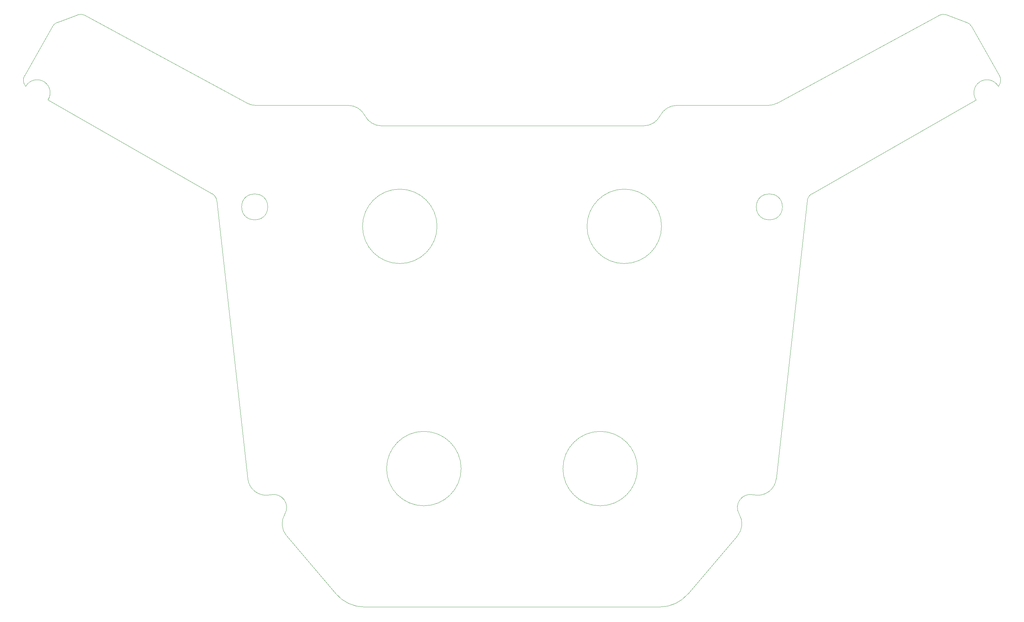
<source format=gbr>
%TF.GenerationSoftware,KiCad,Pcbnew,(6.0.1)*%
%TF.CreationDate,2022-11-23T14:03:38+01:00*%
%TF.ProjectId,992 GT3R PCB 2,39393220-4754-4335-9220-50434220322e,rev?*%
%TF.SameCoordinates,Original*%
%TF.FileFunction,Profile,NP*%
%FSLAX46Y46*%
G04 Gerber Fmt 4.6, Leading zero omitted, Abs format (unit mm)*
G04 Created by KiCad (PCBNEW (6.0.1)) date 2022-11-23 14:03:38*
%MOMM*%
%LPD*%
G01*
G04 APERTURE LIST*
%TA.AperFunction,Profile*%
%ADD10C,0.100000*%
%TD*%
G04 APERTURE END LIST*
D10*
X271604724Y186537852D02*
G75*
G03*
X270300980Y187647394I-2174210J-1234020D01*
G01*
X23844221Y166838282D02*
G75*
G03*
X17839788Y170430468I-2949012J1885025D01*
G01*
X208807334Y49669526D02*
G75*
G03*
X209283464Y55484234I-3809251J3238763D01*
G01*
X183604656Y159826195D02*
X113307432Y159826195D01*
X82772942Y138048800D02*
G75*
G03*
X82772942Y138048800I-3500000J0D01*
G01*
X77422236Y65006321D02*
G75*
G03*
X83542356Y60693433I4969339J552882D01*
G01*
X69113748Y139683794D02*
X77422235Y65006321D01*
X270300980Y187647394D02*
X264899846Y189653530D01*
X69113748Y139683794D02*
G75*
G03*
X67873251Y141575772I-2484658J-276432D01*
G01*
X278791348Y170430468D02*
G75*
G03*
X272786914Y166838281I-3055421J-1707161D01*
G01*
X183604656Y159826195D02*
G75*
G03*
X188069798Y162576195I-1J5000001D01*
G01*
X25026412Y186537852D02*
X17530000Y173330000D01*
X228757885Y141575772D02*
X272786914Y166838281D01*
X192534941Y165326195D02*
G75*
G03*
X188069798Y162576195I-1J-4999999D01*
G01*
X77191106Y165932621D02*
X33795124Y189506754D01*
X108710201Y30542093D02*
X187920935Y30542093D01*
X128200906Y132828001D02*
G75*
G03*
X128200906Y132828001I-10000000J0D01*
G01*
X217053295Y165326195D02*
G75*
G03*
X219440030Y165932621I4J4999981D01*
G01*
X195539442Y34064567D02*
X208807335Y49669526D01*
X108842290Y162576195D02*
G75*
G03*
X113307432Y159826195I4465143J2250001D01*
G01*
X33795124Y189506754D02*
G75*
G03*
X31731290Y189653530I-1193368J-2196793D01*
G01*
X228757885Y141575773D02*
G75*
G03*
X227517388Y139683794I1244172J-2168418D01*
G01*
X26330156Y187647394D02*
G75*
G03*
X25026412Y186537852I870466J-2343562D01*
G01*
X77191106Y165932621D02*
G75*
G03*
X79577841Y165326195I2386731J4393555D01*
G01*
X23844222Y166838281D02*
X67873251Y141575772D01*
X108842290Y162576195D02*
G75*
G03*
X104377147Y165326195I-4465142J-2249999D01*
G01*
X87823801Y49669526D02*
X101091694Y34064567D01*
X134660707Y67735917D02*
G75*
G03*
X134660707Y67735917I-10000000J0D01*
G01*
X220858194Y138048800D02*
G75*
G03*
X220858194Y138048800I-3500000J0D01*
G01*
X181970429Y67735917D02*
G75*
G03*
X181970429Y67735917I-10000000J0D01*
G01*
X101091694Y34064567D02*
G75*
G03*
X108710201Y30542093I7618508J6477527D01*
G01*
X217053295Y165326195D02*
X192534941Y165326195D01*
X213088780Y60693433D02*
G75*
G03*
X209283464Y55484234I-805548J-3406038D01*
G01*
X188430230Y132828001D02*
G75*
G03*
X188430230Y132828001I-10000000J0D01*
G01*
X31731290Y189653530D02*
X26330156Y187647394D01*
X262836012Y189506754D02*
X219440030Y165932621D01*
X278791348Y170430468D02*
G75*
G03*
X279101136Y173330000I-1864420J1665511D01*
G01*
X213088780Y60693432D02*
G75*
G03*
X219208901Y65006321I1150781J4865771D01*
G01*
X87347673Y55484234D02*
G75*
G03*
X83542356Y60693433I-2999768J1803162D01*
G01*
X187920935Y30542093D02*
G75*
G03*
X195539442Y34064567I-1J10000001D01*
G01*
X279101136Y173330000D02*
X271604724Y186537852D01*
X87347671Y55484234D02*
G75*
G03*
X87823801Y49669526I4285382J-2575945D01*
G01*
X219208901Y65006321D02*
X227517388Y139683794D01*
X17530000Y173330000D02*
G75*
G03*
X17839788Y170430468I2174208J-1234021D01*
G01*
X264899846Y189653530D02*
G75*
G03*
X262836012Y189506754I-870466J-2343569D01*
G01*
X104377147Y165326195D02*
X79577841Y165326195D01*
M02*

</source>
